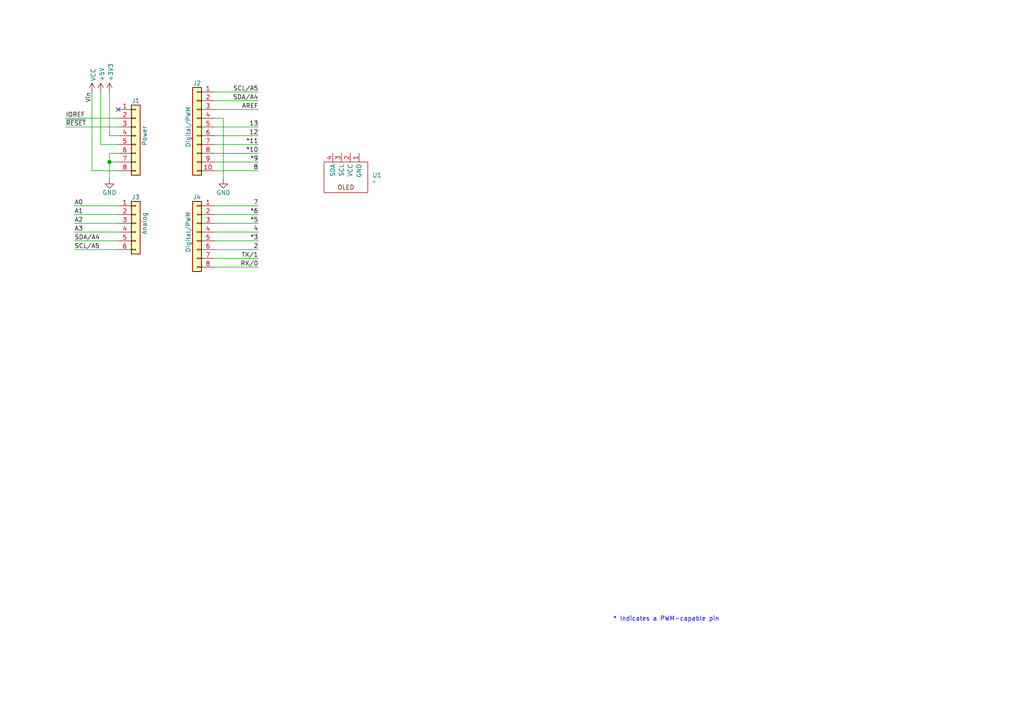
<source format=kicad_sch>
(kicad_sch (version 20250114) (generator "eeschema") (generator_version "9.0")
  (paper "A4")
  (title_block (date "mar. 31 mars 2015"))
  (lib_symbols
    (symbol "Connector_Generic:Conn_01x06" (pin_names (offset 1.016) (hide yes))
      (property "Reference" "J" (at 0 7.62 0))
      (property "Value" "Conn_01x06" (at 0 -10.16 0))
      (symbol "Conn_01x06_1_1"
        (rectangle (start -1.27 6.35) (end 1.27 -8.89) (stroke (width 0.254)) (fill (type background)))
        (rectangle (start -1.27 5.207) (end 0 4.953) (stroke (width 0.1524)))
        (rectangle (start -1.27 2.667) (end 0 2.413) (stroke (width 0.1524)))
        (rectangle (start -1.27 0.127) (end 0 -0.127) (stroke (width 0.1524)))
        (rectangle (start -1.27 -2.413) (end 0 -2.667) (stroke (width 0.1524)))
        (rectangle (start -1.27 -4.953) (end 0 -5.207) (stroke (width 0.1524)))
        (rectangle (start -1.27 -7.493) (end 0 -7.747) (stroke (width 0.1524)))
        (pin passive line (at -5.08 5.08 0) (length 3.81) (name "Pin_1") (number "1"))
        (pin passive line (at -5.08 2.54 0) (length 3.81) (name "Pin_2") (number "2"))
        (pin passive line (at -5.08 0 0) (length 3.81) (name "Pin_3") (number "3"))
        (pin passive line (at -5.08 -2.54 0) (length 3.81) (name "Pin_4") (number "4"))
        (pin passive line (at -5.08 -5.08 0) (length 3.81) (name "Pin_5") (number "5"))
        (pin passive line (at -5.08 -7.62 0) (length 3.81) (name "Pin_6") (number "6"))
      )
    )
    (symbol "Connector_Generic:Conn_01x08" (pin_names (offset 1.016) (hide yes))
      (property "Reference" "J" (at 0 10.16 0))
      (property "Value" "Conn_01x08" (at 0 -12.7 0))
      (symbol "Conn_01x08_1_1"
        (rectangle (start -1.27 8.89) (end 1.27 -11.43) (stroke (width 0.254)) (fill (type background)))
        (rectangle (start -1.27 7.747) (end 0 7.493) (stroke (width 0.1524)))
        (rectangle (start -1.27 5.207) (end 0 4.953) (stroke (width 0.1524)))
        (rectangle (start -1.27 2.667) (end 0 2.413) (stroke (width 0.1524)))
        (rectangle (start -1.27 0.127) (end 0 -0.127) (stroke (width 0.1524)))
        (rectangle (start -1.27 -2.413) (end 0 -2.667) (stroke (width 0.1524)))
        (rectangle (start -1.27 -4.953) (end 0 -5.207) (stroke (width 0.1524)))
        (rectangle (start -1.27 -7.493) (end 0 -7.747) (stroke (width 0.1524)))
        (rectangle (start -1.27 -10.033) (end 0 -10.287) (stroke (width 0.1524)))
        (pin passive line (at -5.08 7.62 0) (length 3.81) (name "Pin_1") (number "1"))
        (pin passive line (at -5.08 5.08 0) (length 3.81) (name "Pin_2") (number "2"))
        (pin passive line (at -5.08 2.54 0) (length 3.81) (name "Pin_3") (number "3"))
        (pin passive line (at -5.08 0 0) (length 3.81) (name "Pin_4") (number "4"))
        (pin passive line (at -5.08 -2.54 0) (length 3.81) (name "Pin_5") (number "5"))
        (pin passive line (at -5.08 -5.08 0) (length 3.81) (name "Pin_6") (number "6"))
        (pin passive line (at -5.08 -7.62 0) (length 3.81) (name "Pin_7") (number "7"))
        (pin passive line (at -5.08 -10.16 0) (length 3.81) (name "Pin_8") (number "8"))
      )
    )
    (symbol "Connector_Generic:Conn_01x10" (pin_names (offset 1.016) (hide yes))
      (property "Reference" "J" (at 0 12.7 0))
      (property "Value" "Conn_01x10" (at 0 -15.24 0))
      (symbol "Conn_01x10_1_1"
        (rectangle (start -1.27 11.43) (end 1.27 -13.97) (stroke (width 0.254)) (fill (type background)))
        (rectangle (start -1.27 10.287) (end 0 10.033) (stroke (width 0.1524)))
        (rectangle (start -1.27 7.747) (end 0 7.493) (stroke (width 0.1524)))
        (rectangle (start -1.27 5.207) (end 0 4.953) (stroke (width 0.1524)))
        (rectangle (start -1.27 2.667) (end 0 2.413) (stroke (width 0.1524)))
        (rectangle (start -1.27 0.127) (end 0 -0.127) (stroke (width 0.1524)))
        (rectangle (start -1.27 -2.413) (end 0 -2.667) (stroke (width 0.1524)))
        (rectangle (start -1.27 -4.953) (end 0 -5.207) (stroke (width 0.1524)))
        (rectangle (start -1.27 -7.493) (end 0 -7.747) (stroke (width 0.1524)))
        (rectangle (start -1.27 -10.033) (end 0 -10.287) (stroke (width 0.1524)))
        (rectangle (start -1.27 -12.573) (end 0 -12.827) (stroke (width 0.1524)))
        (pin passive line (at -5.08 10.16 0) (length 3.81) (name "Pin_1") (number "1"))
        (pin passive line (at -5.08 7.62 0) (length 3.81) (name "Pin_2") (number "2"))
        (pin passive line (at -5.08 5.08 0) (length 3.81) (name "Pin_3") (number "3"))
        (pin passive line (at -5.08 2.54 0) (length 3.81) (name "Pin_4") (number "4"))
        (pin passive line (at -5.08 0 0) (length 3.81) (name "Pin_5") (number "5"))
        (pin passive line (at -5.08 -2.54 0) (length 3.81) (name "Pin_6") (number "6"))
        (pin passive line (at -5.08 -5.08 0) (length 3.81) (name "Pin_7") (number "7"))
        (pin passive line (at -5.08 -7.62 0) (length 3.81) (name "Pin_8") (number "8"))
        (pin passive line (at -5.08 -10.16 0) (length 3.81) (name "Pin_9") (number "9"))
        (pin passive line (at -5.08 -12.7 0) (length 3.81) (name "Pin_10") (number "10"))
      )
    )
    (symbol "Librairie_perso:OLED"
      (property "Reference" "U" (at 0 10.16 0))
      (symbol "OLED_0_1"
        (rectangle (start -6.35 13.97) (end 6.35 5.08))
      )
      (symbol "OLED_1_1"
        (text "OLED" (at 0 12.446 0) (effects (font (size 1.27 1.27))))
        (pin input line (at -3.81 2.54 90) (length 2.54) (name "GND") (number "1"))
        (pin input line (at -1.27 2.54 90) (length 2.54) (name "VCC") (number "2"))
        (pin input line (at 1.27 2.54 90) (length 2.54) (name "SCL") (number "3"))
        (pin input line (at 3.81 2.54 90) (length 2.54) (name "SDA") (number "4"))
      )
    )
    (symbol "power:+3V3" (power) (pin_names (offset 0))
      (property "Value" "+3V3" (at 0 3.556 0))
      (symbol "+3V3_0_1"
        (polyline (pts (xy -0.762 1.27) (xy 0 2.54)))
        (polyline (pts (xy 0 2.54) (xy 0.762 1.27)))
        (polyline (pts (xy 0 0) (xy 0 2.54)))
      )
      (symbol "+3V3_1_1"
        (pin power_in line (at 0 0 90) (length 0) (hide yes) (name "+3V3") (number "1"))
      )
    )
    (symbol "power:+5V" (power) (pin_names (offset 0))
      (property "Value" "+5V" (at 0 3.556 0))
      (symbol "+5V_0_1"
        (polyline (pts (xy -0.762 1.27) (xy 0 2.54)))
        (polyline (pts (xy 0 2.54) (xy 0.762 1.27)))
        (polyline (pts (xy 0 0) (xy 0 2.54)))
      )
      (symbol "+5V_1_1"
        (pin power_in line (at 0 0 90) (length 0) (hide yes) (name "+5V") (number "1"))
      )
    )
    (symbol "power:GND" (power) (pin_names (offset 0))
      (property "Value" "GND" (at 0 -3.81 0))
      (symbol "GND_0_1"
        (polyline (pts (xy 0 0) (xy 0 -1.27) (xy 1.27 -1.27) (xy 0 -2.54) (xy -1.27 -1.27) (xy 0 -1.27)))
      )
      (symbol "GND_1_1"
        (pin power_in line (at 0 0 270) (length 0) (hide yes) (name "GND") (number "1"))
      )
    )
    (symbol "power:VCC" (power) (pin_names (offset 0))
      (property "Value" "VCC" (at 0 3.81 0))
      (symbol "VCC_0_1"
        (polyline (pts (xy -0.762 1.27) (xy 0 2.54)))
        (polyline (pts (xy 0 2.54) (xy 0.762 1.27)))
        (polyline (pts (xy 0 0) (xy 0 2.54)))
      )
      (symbol "VCC_1_1"
        (pin power_in line (at 0 0 90) (length 0) (hide yes) (name "VCC") (number "1"))
      )
    )
  )
  (text "* Indicates a PWM-capable pin" (at 177.8 180.34 0) (effects (font (size 1.27 1.27)) (justify left bottom)))
  (junction (at 31.75 46.99) (diameter 1.016))
  (no_connect (at 34.29 31.75))
  (wire (pts (xy 62.23 77.47) (xy 74.93 77.47)))
  (wire (pts (xy 62.23 44.45) (xy 74.93 44.45)))
  (wire (pts (xy 62.23 26.67) (xy 74.93 26.67)))
  (wire (pts (xy 31.75 44.45) (xy 31.75 46.99)))
  (wire (pts (xy 21.59 72.39) (xy 34.29 72.39)))
  (wire (pts (xy 31.75 46.99) (xy 31.75 52.07)))
  (wire (pts (xy 31.75 39.37) (xy 34.29 39.37)))
  (wire (pts (xy 29.21 41.91) (xy 34.29 41.91)))
  (wire (pts (xy 29.21 26.67) (xy 29.21 41.91)))
  (wire (pts (xy 62.23 36.83) (xy 74.93 36.83)))
  (wire (pts (xy 31.75 26.67) (xy 31.75 39.37)))
  (wire (pts (xy 62.23 59.69) (xy 74.93 59.69)))
  (wire (pts (xy 34.29 59.69) (xy 21.59 59.69)))
  (wire (pts (xy 62.23 39.37) (xy 74.93 39.37)))
  (wire (pts (xy 62.23 62.23) (xy 74.93 62.23)))
  (wire (pts (xy 62.23 46.99) (xy 74.93 46.99)))
  (wire (pts (xy 62.23 67.31) (xy 74.93 67.31)))
  (wire (pts (xy 19.05 34.29) (xy 34.29 34.29)))
  (wire (pts (xy 64.77 34.29) (xy 64.77 52.07)))
  (wire (pts (xy 62.23 31.75) (xy 74.93 31.75)))
  (wire (pts (xy 34.29 64.77) (xy 21.59 64.77)))
  (wire (pts (xy 19.05 36.83) (xy 34.29 36.83)))
  (wire (pts (xy 34.29 46.99) (xy 31.75 46.99)))
  (wire (pts (xy 34.29 49.53) (xy 26.67 49.53)))
  (wire (pts (xy 21.59 62.23) (xy 34.29 62.23)))
  (wire (pts (xy 62.23 34.29) (xy 64.77 34.29)))
  (wire (pts (xy 34.29 44.45) (xy 31.75 44.45)))
  (wire (pts (xy 62.23 41.91) (xy 74.93 41.91)))
  (wire (pts (xy 62.23 64.77) (xy 74.93 64.77)))
  (wire (pts (xy 21.59 67.31) (xy 34.29 67.31)))
  (wire (pts (xy 62.23 29.21) (xy 74.93 29.21)))
  (wire (pts (xy 62.23 72.39) (xy 74.93 72.39)))
  (wire (pts (xy 62.23 69.85) (xy 74.93 69.85)))
  (wire (pts (xy 62.23 74.93) (xy 74.93 74.93)))
  (wire (pts (xy 26.67 49.53) (xy 26.67 26.67)))
  (wire (pts (xy 34.29 69.85) (xy 21.59 69.85)))
  (wire (pts (xy 62.23 49.53) (xy 74.93 49.53)))
  (label "RX{slash}0" (at 74.93 77.47 180))
  (label "A2" (at 21.59 64.77 0))
  (label "4" (at 74.93 67.31 180))
  (label "2" (at 74.93 72.39 180))
  (label "A3" (at 21.59 67.31 0))
  (label "13" (at 74.93 36.83 180))
  (label "12" (at 74.93 39.37 180))
  (label "~{RESET}" (at 19.05 36.83 0))
  (label "*10" (at 74.93 44.45 180))
  (label "7" (at 74.93 59.69 180))
  (label "SDA{slash}A4" (at 74.93 29.21 180))
  (label "8" (at 74.93 49.53 180))
  (label "*11" (at 74.93 41.91 180))
  (label "*3" (at 74.93 69.85 180))
  (label "A1" (at 21.59 62.23 0))
  (label "TX{slash}1" (at 74.93 74.93 180))
  (label "A0" (at 21.59 59.69 0))
  (label "AREF" (at 74.93 31.75 180))
  (label "Vin" (at 26.67 26.67 270))
  (label "*6" (at 74.93 62.23 180))
  (label "SCL{slash}A5" (at 74.93 26.67 180))
  (label "*9" (at 74.93 46.99 180))
  (label "*5" (at 74.93 64.77 180))
  (label "IOREF" (at 19.05 34.29 0))
  (label "SDA{slash}A4" (at 21.59 69.85 0))
  (label "SCL{slash}A5" (at 21.59 72.39 0))
  (symbol (lib_id "Connector_Generic:Conn_01x08") (at 39.37 39.37 0) (unit 1)
    (property "Reference" "J1" (at 39.37 29.21 0))
    (property "Value" "Power" (at 41.91 39.37 90))
    (property "Footprint" "Connector_PinSocket_2.54mm:PinSocket_1x08_P2.54mm_Vertical" (effects (hide yes)))
  )
  (symbol (lib_id "power:+3V3") (at 31.75 26.67 0) (unit 1)
    (property "Reference" "#PWR03" (effects (hide yes)))
    (property "Value" "+3V3" (at 32.131 23.622 90) (effects (justify left)))
  )
  (symbol (lib_id "power:+5V") (at 29.21 26.67 0) (unit 1)
    (property "Reference" "#PWR02" (effects (hide yes)))
    (property "Value" "+5V" (at 29.5656 23.622 90) (effects (justify left)))
  )
  (symbol (lib_id "power:GND") (at 31.75 52.07 0) (unit 1)
    (property "Reference" "#PWR04" (effects (hide yes)))
    (property "Value" "GND" (at 31.75 55.88 0))
  )
  (symbol (lib_id "Connector_Generic:Conn_01x10") (at 57.15 36.83 0) (mirror y) (unit 1)
    (property "Reference" "J2" (at 57.15 24.13 0))
    (property "Value" "Digital/PWM" (at 54.61 36.83 90))
    (property "Footprint" "Connector_PinSocket_2.54mm:PinSocket_1x10_P2.54mm_Vertical" (effects (hide yes)))
  )
  (symbol (lib_id "power:GND") (at 64.77 52.07 0) (unit 1)
    (property "Reference" "#PWR05" (effects (hide yes)))
    (property "Value" "GND" (at 64.77 55.88 0))
  )
  (symbol (lib_id "Connector_Generic:Conn_01x06") (at 39.37 64.77 0) (unit 1)
    (property "Reference" "J3" (at 39.37 57.15 0))
    (property "Value" "Analog" (at 41.91 64.77 90))
    (property "Footprint" "Connector_PinSocket_2.54mm:PinSocket_1x06_P2.54mm_Vertical" (effects (hide yes)))
  )
  (symbol (lib_id "Connector_Generic:Conn_01x08") (at 57.15 67.31 0) (mirror y) (unit 1)
    (property "Reference" "J4" (at 57.15 57.15 0))
    (property "Value" "Digital/PWM" (at 54.61 67.31 90))
    (property "Footprint" "Connector_PinSocket_2.54mm:PinSocket_1x08_P2.54mm_Vertical" (effects (hide yes)))
  )
  (symbol (lib_id "power:VCC") (at 26.67 26.67 0) (unit 1)
    (property "Reference" "#PWR01" (effects (hide yes)))
    (property "Value" "VCC" (at 27.051 23.622 90) (effects (justify left)))
  )
  (symbol (lib_id "Librairie_perso:OLED") (at 100.33 41.91 180) (unit 1)
    (property "Reference" "U1" (at 107.95 50.7999 0) (effects (justify right)))
    (property "Value" "~" (at 107.95 52.705 0) (effects (justify right)))
    (property "Footprint" "Lib_empreinte:SIP-4" (effects (hide yes)))
  )
)
</source>
